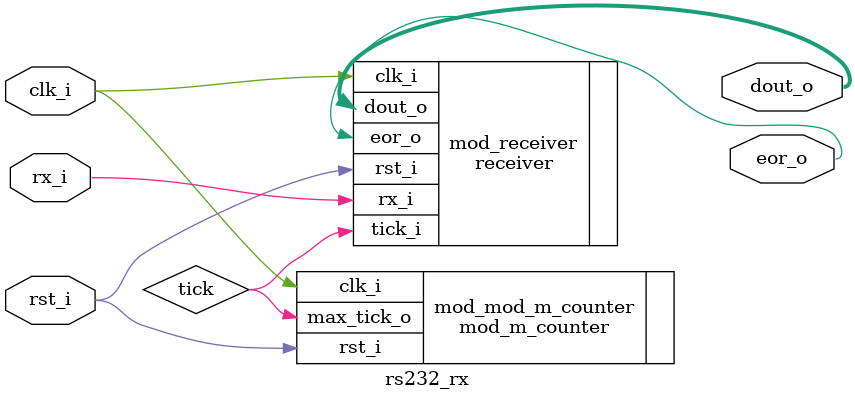
<source format=v>

module rs232_rx (
  input         rst_i,
  input         clk_i,
  input         rx_i,
  output  [7:0] dout_o,
  output        eor_o
);
  
  wire tick;
  
  mod_m_counter mod_mod_m_counter (
    .clk_i(clk_i),
    .rst_i(rst_i),
    .max_tick_o(tick)
  );
  
  receiver mod_receiver ( 
    .clk_i(clk_i),
    .rst_i(rst_i),
    .rx_i(rx_i),
    .tick_i(tick),
    .eor_o(eor_o),
    .dout_o(dout_o)
  );

endmodule

</source>
